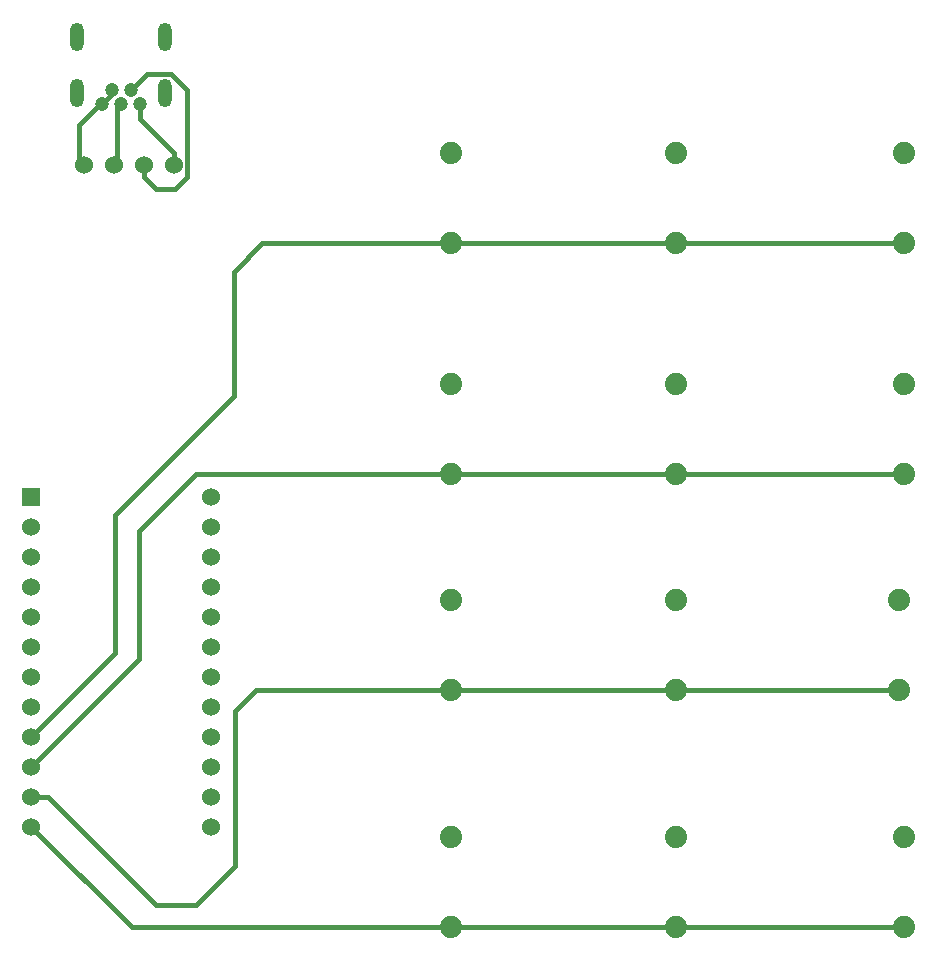
<source format=gtl>
G04 Layer: TopLayer*
G04 EasyEDA v6.5.14, 2022-08-21 10:02:06*
G04 f0c9403b1c134f068d22612342c05ff7,da7caadd334e45d081e68ba313aefb3e,10*
G04 Gerber Generator version 0.2*
G04 Scale: 100 percent, Rotated: No, Reflected: No *
G04 Dimensions in millimeters *
G04 leading zeros omitted , absolute positions ,4 integer and 5 decimal *
%FSLAX45Y45*%
%MOMM*%

%ADD10C,0.4000*%
%ADD11C,1.5240*%
%ADD12C,1.8796*%
%ADD13O,1.1999976X2.3999952*%
%ADD14C,1.2000*%
%ADD15R,1.5240X1.5240*%

%LPD*%
D10*
X3490468Y3285997D02*
G01*
X3454400Y3249929D01*
X3454400Y2794000D01*
X3429000Y2768600D01*
X3570477Y3406394D02*
G01*
X3707384Y3543300D01*
X3911600Y3543300D01*
X4051300Y3403600D01*
X4051300Y2667000D01*
X3949700Y2565400D01*
X3784600Y2565400D01*
X3683000Y2667000D01*
X3683000Y2768600D01*
X6286500Y2108200D02*
G01*
X4686300Y2108200D01*
X4445000Y1866900D01*
X4445000Y812800D01*
X3441700Y-190500D01*
X3441700Y-1358900D01*
X2730500Y-2070100D01*
X6286500Y-1676400D02*
G01*
X4635500Y-1676400D01*
X4457700Y-1854200D01*
X4457700Y-3162300D01*
X4127500Y-3492500D01*
X3784600Y-3492500D01*
X2870200Y-2578100D01*
X2730500Y-2578100D01*
X6286500Y-3683000D02*
G01*
X3581400Y-3683000D01*
X2730500Y-2832100D01*
X6286500Y152400D02*
G01*
X4127500Y152400D01*
X3644900Y-330200D01*
X3644900Y-1409700D01*
X2730500Y-2324100D01*
X8191502Y2108200D02*
G01*
X6286500Y2108200D01*
X10121902Y2108200D02*
G01*
X8191502Y2108200D01*
X8191500Y152397D02*
G01*
X6286502Y152397D01*
X10121900Y152397D02*
G01*
X8191500Y152397D01*
X8191500Y-1676400D02*
G01*
X6286500Y-1676400D01*
X10074653Y-1676400D02*
G01*
X8191500Y-1676400D01*
X8191500Y-3683002D02*
G01*
X6286502Y-3683002D01*
X10121900Y-3683002D02*
G01*
X8191500Y-3683002D01*
X3410521Y3406482D02*
G01*
X3410521Y3366122D01*
X3330511Y3286112D01*
X3330511Y3286112D02*
G01*
X3311512Y3286112D01*
X3136900Y3111500D01*
X3136900Y2806700D01*
X3175000Y2768600D01*
X3937000Y2768600D02*
G01*
X3937000Y2870200D01*
X3650488Y3156712D01*
X3650488Y3285997D01*
D11*
G01*
X3175000Y2768600D03*
G01*
X3429000Y2768600D03*
G01*
X3937000Y2768600D03*
G01*
X3683000Y2768600D03*
D12*
G01*
X6286500Y2870200D03*
G01*
X6286500Y2108200D03*
G01*
X8191502Y2870200D03*
G01*
X8191502Y2108200D03*
G01*
X10121902Y2870200D03*
G01*
X10121902Y2108200D03*
G01*
X10121900Y914397D03*
G01*
X10121900Y152397D03*
G01*
X8191500Y914397D03*
G01*
X8191500Y152397D03*
G01*
X6286500Y914400D03*
G01*
X6286500Y152400D03*
G01*
X6286500Y-2921000D03*
G01*
X6286500Y-3683000D03*
G01*
X8191500Y-2921002D03*
G01*
X8191500Y-3683002D03*
G01*
X10121900Y-2921002D03*
G01*
X10121900Y-3683002D03*
G01*
X10074653Y-914400D03*
G01*
X10074653Y-1676400D03*
G01*
X8191500Y-914400D03*
G01*
X8191500Y-1676400D03*
G01*
X6286500Y-914400D03*
G01*
X6286500Y-1676400D03*
D13*
G01*
X3864483Y3851275D03*
G01*
X3864483Y3376269D03*
G01*
X3120516Y3376269D03*
D14*
G01*
X3330524Y3286099D03*
G01*
X3490518Y3286099D03*
G01*
X3410534Y3406470D03*
G01*
X3570528Y3406470D03*
G01*
X3650513Y3286099D03*
D13*
G01*
X3120516Y3851275D03*
D15*
G01*
X2730500Y-38100D03*
D11*
G01*
X2730500Y-292100D03*
G01*
X2730500Y-546100D03*
G01*
X2730500Y-800100D03*
G01*
X2730500Y-1054100D03*
G01*
X2730500Y-1308100D03*
G01*
X2730500Y-1562100D03*
G01*
X2730500Y-1816100D03*
G01*
X2730500Y-2070100D03*
G01*
X2730500Y-2324100D03*
G01*
X2730500Y-2578100D03*
G01*
X2730500Y-2832100D03*
G01*
X4254500Y-2832100D03*
G01*
X4254500Y-2578100D03*
G01*
X4254500Y-2324100D03*
G01*
X4254500Y-2070100D03*
G01*
X4254500Y-1816100D03*
G01*
X4254500Y-1562100D03*
G01*
X4254500Y-1308100D03*
G01*
X4254500Y-1054100D03*
G01*
X4254500Y-800100D03*
G01*
X4254500Y-546100D03*
G01*
X4254500Y-292100D03*
G01*
X4254500Y-38100D03*
M02*

</source>
